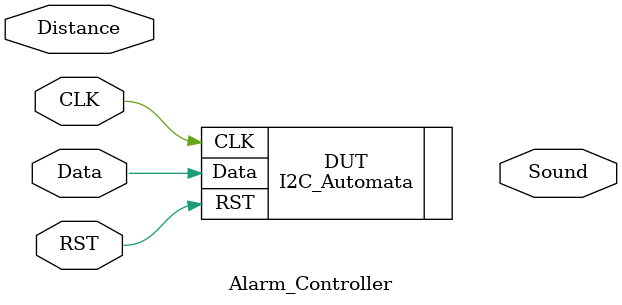
<source format=v>
module Alarm_Controller (input CLK,					//trigger clock, used in all modules and by the DAC decoder
								 input RST,					//system reset
								 input [7:0] Distance,	//distance from object, bits
								 output reg Sound,		//alarm data stream to be converted to analog audio
								 inout Data);				//i2c data for address, r/w operation
								
I2C_Automata DUT(.CLK(CLK),
					  .RST(RST),
					  .Data(Data));

endmodule 
</source>
